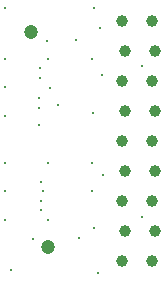
<source format=gbr>
%TF.GenerationSoftware,Altium Limited,Altium Designer,24.8.2 (39)*%
G04 Layer_Color=0*
%FSLAX45Y45*%
%MOMM*%
%TF.SameCoordinates,FBB41CCB-3D8C-4B0B-A071-B3836E82DD1E*%
%TF.FilePolarity,Positive*%
%TF.FileFunction,Plated,1,2,PTH,Drill*%
%TF.Part,Single*%
G01*
G75*
%TA.AperFunction,ComponentDrill*%
%ADD30C,1.00000*%
%ADD31C,1.20000*%
%TA.AperFunction,ViaDrill,NotFilled*%
%ADD32C,0.25400*%
D30*
X1070000Y2328001D02*
D03*
X1096000Y2074001D02*
D03*
X1070000Y1820001D02*
D03*
X1096000Y1566001D02*
D03*
X1070000Y1312001D02*
D03*
X1096000Y1058001D02*
D03*
X1070000Y804001D02*
D03*
X1324000Y2328001D02*
D03*
X1350000Y2074001D02*
D03*
X1324000Y1820001D02*
D03*
X1350000Y1566001D02*
D03*
X1324000Y1312001D02*
D03*
X1350000Y1058001D02*
D03*
X1324000Y804001D02*
D03*
X1096000Y550001D02*
D03*
X1070000Y296001D02*
D03*
X1350000Y550001D02*
D03*
X1324000Y296001D02*
D03*
D31*
X443001Y419999D02*
D03*
X292999Y2240001D02*
D03*
D32*
X523497Y1620087D02*
D03*
X361773Y1595124D02*
D03*
X361774Y1678728D02*
D03*
X895858Y1874378D02*
D03*
X808751Y891705D02*
D03*
X908752Y1031705D02*
D03*
X808751Y1131705D02*
D03*
X1240000Y1950000D02*
D03*
Y670000D02*
D03*
X830362Y579264D02*
D03*
X680000Y2170000D02*
D03*
X310000Y490000D02*
D03*
X705819Y497038D02*
D03*
X810000Y2010000D02*
D03*
X371016Y1850527D02*
D03*
X371228Y1930501D02*
D03*
X365882Y1450076D02*
D03*
X455356Y1763670D02*
D03*
X820000Y1550000D02*
D03*
X860000Y200000D02*
D03*
X830000Y2440000D02*
D03*
X880000Y2270000D02*
D03*
X80000Y1530000D02*
D03*
Y1770000D02*
D03*
Y2010000D02*
D03*
Y2440000D02*
D03*
X430000Y2160000D02*
D03*
X440000Y2010000D02*
D03*
X80000Y1130000D02*
D03*
Y890000D02*
D03*
Y650000D02*
D03*
X130000Y220000D02*
D03*
X380000Y810000D02*
D03*
Y730000D02*
D03*
Y970000D02*
D03*
X400000Y890000D02*
D03*
X440000Y1130000D02*
D03*
Y650000D02*
D03*
%TF.MD5,9a80cb2fd4b9ecec2858769297af4b04*%
M02*

</source>
